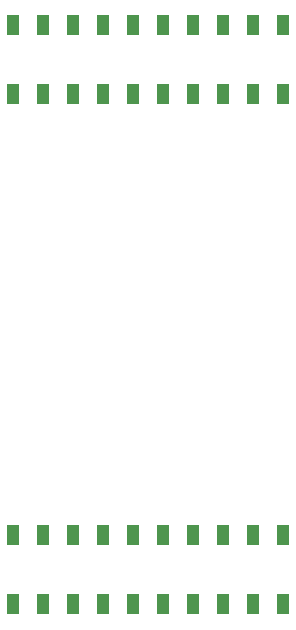
<source format=gbr>
G04 #@! TF.GenerationSoftware,KiCad,Pcbnew,(5.0.0)*
G04 #@! TF.CreationDate,2019-03-03T18:18:34-06:00*
G04 #@! TF.ProjectId,ValkyrieBoard_HalfBooster,56616C6B79726965426F6172645F4861,rev?*
G04 #@! TF.SameCoordinates,Original*
G04 #@! TF.FileFunction,Paste,Bot*
G04 #@! TF.FilePolarity,Positive*
%FSLAX46Y46*%
G04 Gerber Fmt 4.6, Leading zero omitted, Abs format (unit mm)*
G04 Created by KiCad (PCBNEW (5.0.0)) date 03/03/19 18:18:34*
%MOMM*%
%LPD*%
G01*
G04 APERTURE LIST*
%ADD10R,0.990600X1.778000*%
G04 APERTURE END LIST*
D10*
G04 #@! TO.C,U1*
X120650000Y-85953600D03*
X123190000Y-85953600D03*
X125730000Y-85953600D03*
X128270000Y-85953600D03*
X130810000Y-85953600D03*
X133350000Y-85953600D03*
X135890000Y-85953600D03*
X138430000Y-85953600D03*
X140970000Y-85953600D03*
X143510000Y-85953600D03*
X120650000Y-91846400D03*
X123190000Y-91846400D03*
X125730000Y-91846400D03*
X128270000Y-91846400D03*
X130810000Y-91846400D03*
X133350000Y-91846400D03*
X135890000Y-91846400D03*
X138430000Y-91846400D03*
X140970000Y-91846400D03*
X143510000Y-91846400D03*
X120650000Y-48666400D03*
X123190000Y-48666400D03*
X125730000Y-48666400D03*
X128270000Y-48666400D03*
X130810000Y-48666400D03*
X133350000Y-48666400D03*
X135890000Y-48666400D03*
X138430000Y-48666400D03*
X140970000Y-48666400D03*
X143510000Y-48666400D03*
X120650000Y-42773600D03*
X123190000Y-42773600D03*
X125730000Y-42773600D03*
X128270000Y-42773600D03*
X130810000Y-42773600D03*
X133350000Y-42773600D03*
X135890000Y-42773600D03*
X138430000Y-42773600D03*
X140970000Y-42773600D03*
X143510000Y-42773600D03*
G04 #@! TD*
M02*

</source>
